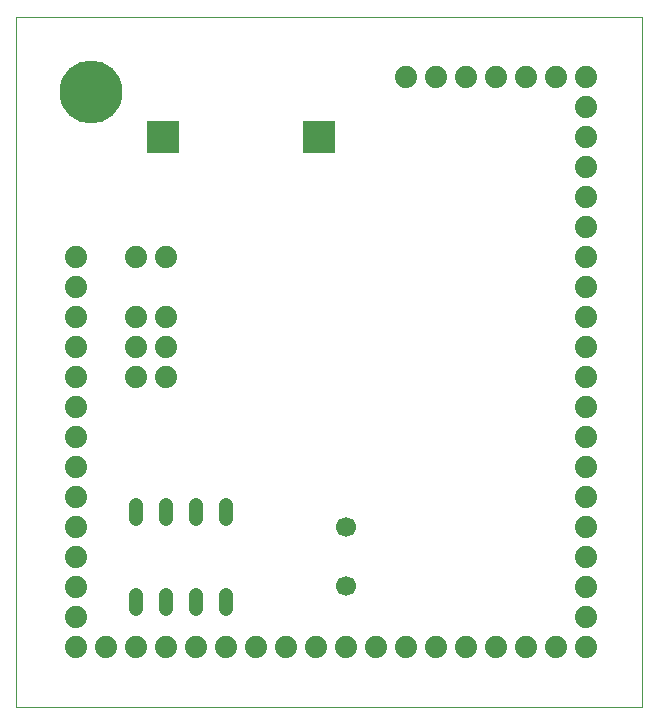
<source format=gbs>
G75*
%MOIN*%
%OFA0B0*%
%FSLAX25Y25*%
%IPPOS*%
%LPD*%
%AMOC8*
5,1,8,0,0,1.08239X$1,22.5*
%
%ADD10C,0.00000*%
%ADD11R,0.10950X0.10950*%
%ADD12C,0.04800*%
%ADD13C,0.07400*%
%ADD14C,0.06693*%
%ADD15C,0.21000*%
D10*
X0001000Y0001000D02*
X0001000Y0230961D01*
X0209701Y0230961D01*
X0209701Y0001000D01*
X0001000Y0001000D01*
D11*
X0050000Y0191000D03*
X0102000Y0191000D03*
D12*
X0071000Y0068400D02*
X0071000Y0063600D01*
X0061000Y0063600D02*
X0061000Y0068400D01*
X0051000Y0068400D02*
X0051000Y0063600D01*
X0041000Y0063600D02*
X0041000Y0068400D01*
X0041000Y0038400D02*
X0041000Y0033600D01*
X0051000Y0033600D02*
X0051000Y0038400D01*
X0061000Y0038400D02*
X0061000Y0033600D01*
X0071000Y0033600D02*
X0071000Y0038400D01*
D13*
X0071000Y0021000D03*
X0061000Y0021000D03*
X0051000Y0021000D03*
X0041000Y0021000D03*
X0031000Y0021000D03*
X0021000Y0021000D03*
X0021000Y0031000D03*
X0021000Y0041000D03*
X0021000Y0051000D03*
X0021000Y0061000D03*
X0021000Y0071000D03*
X0021000Y0081000D03*
X0021000Y0091000D03*
X0021000Y0101000D03*
X0021000Y0111000D03*
X0021000Y0121000D03*
X0021000Y0131000D03*
X0021000Y0141000D03*
X0021000Y0151000D03*
X0041000Y0151000D03*
X0051000Y0151000D03*
X0051000Y0131000D03*
X0051000Y0121000D03*
X0051000Y0111000D03*
X0041000Y0111000D03*
X0041000Y0121000D03*
X0041000Y0131000D03*
X0131000Y0211000D03*
X0141000Y0211000D03*
X0151000Y0211000D03*
X0161000Y0211000D03*
X0171000Y0211000D03*
X0181000Y0211000D03*
X0191000Y0211000D03*
X0191000Y0201000D03*
X0191000Y0191000D03*
X0191000Y0181000D03*
X0191000Y0171000D03*
X0191000Y0161000D03*
X0191000Y0151000D03*
X0191000Y0141000D03*
X0191000Y0131000D03*
X0191000Y0121000D03*
X0191000Y0111000D03*
X0191000Y0101000D03*
X0191000Y0091000D03*
X0191000Y0081000D03*
X0191000Y0071000D03*
X0191000Y0061000D03*
X0191000Y0051000D03*
X0191000Y0041000D03*
X0191000Y0031000D03*
X0191000Y0021000D03*
X0181000Y0021000D03*
X0171000Y0021000D03*
X0161000Y0021000D03*
X0151000Y0021000D03*
X0141000Y0021000D03*
X0131000Y0021000D03*
X0121000Y0021000D03*
X0111000Y0021000D03*
X0101000Y0021000D03*
X0091000Y0021000D03*
X0081000Y0021000D03*
D14*
X0111000Y0041157D03*
X0111000Y0060843D03*
D15*
X0026000Y0206000D03*
M02*

</source>
